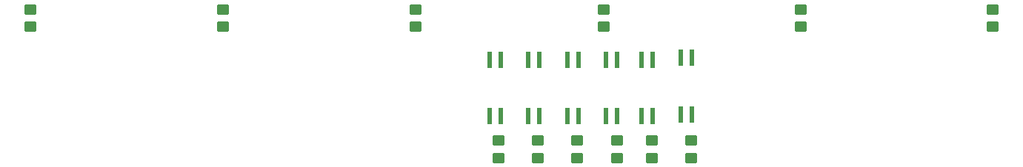
<source format=gbr>
%TF.GenerationSoftware,KiCad,Pcbnew,8.0.0*%
%TF.CreationDate,2024-03-15T12:02:56+01:00*%
%TF.ProjectId,prueba,70727565-6261-42e6-9b69-6361645f7063,v0.1*%
%TF.SameCoordinates,Original*%
%TF.FileFunction,Paste,Top*%
%TF.FilePolarity,Positive*%
%FSLAX46Y46*%
G04 Gerber Fmt 4.6, Leading zero omitted, Abs format (unit mm)*
G04 Created by KiCad (PCBNEW 8.0.0) date 2024-03-15 12:02:56*
%MOMM*%
%LPD*%
G01*
G04 APERTURE LIST*
G04 Aperture macros list*
%AMRoundRect*
0 Rectangle with rounded corners*
0 $1 Rounding radius*
0 $2 $3 $4 $5 $6 $7 $8 $9 X,Y pos of 4 corners*
0 Add a 4 corners polygon primitive as box body*
4,1,4,$2,$3,$4,$5,$6,$7,$8,$9,$2,$3,0*
0 Add four circle primitives for the rounded corners*
1,1,$1+$1,$2,$3*
1,1,$1+$1,$4,$5*
1,1,$1+$1,$6,$7*
1,1,$1+$1,$8,$9*
0 Add four rect primitives between the rounded corners*
20,1,$1+$1,$2,$3,$4,$5,0*
20,1,$1+$1,$4,$5,$6,$7,0*
20,1,$1+$1,$6,$7,$8,$9,0*
20,1,$1+$1,$8,$9,$2,$3,0*%
G04 Aperture macros list end*
%ADD10R,0.558800X1.905000*%
%ADD11RoundRect,0.250000X0.450000X-0.350000X0.450000X0.350000X-0.450000X0.350000X-0.450000X-0.350000X0*%
G04 APERTURE END LIST*
D10*
%TO.C,Q6*%
X118000000Y-55751200D03*
X119270000Y-55751200D03*
X119270000Y-49248800D03*
X118000000Y-49248800D03*
%TD*%
%TO.C,Q5*%
X122365000Y-55751200D03*
X123635000Y-55751200D03*
X123635000Y-49248800D03*
X122365000Y-49248800D03*
%TD*%
%TO.C,Q1*%
X139865000Y-55502400D03*
X141135000Y-55502400D03*
X141135000Y-49000000D03*
X139865000Y-49000000D03*
%TD*%
D11*
%TO.C,R11*%
X87500000Y-45500000D03*
X87500000Y-43500000D03*
%TD*%
%TO.C,R9*%
X131000000Y-45500000D03*
X131000000Y-43500000D03*
%TD*%
%TO.C,R7*%
X175500000Y-45500000D03*
X175500000Y-43500000D03*
%TD*%
%TO.C,R8*%
X153500000Y-45500000D03*
X153500000Y-43500000D03*
%TD*%
%TO.C,R4*%
X128000000Y-60500000D03*
X128000000Y-58500000D03*
%TD*%
%TO.C,R6*%
X119000000Y-60500000D03*
X119000000Y-58500000D03*
%TD*%
D10*
%TO.C,Q2*%
X135365000Y-49248800D03*
X136635000Y-49248800D03*
X136635000Y-55751200D03*
X135365000Y-55751200D03*
%TD*%
%TO.C,Q3*%
X131230000Y-55751200D03*
X132500000Y-55751200D03*
X132500000Y-49248800D03*
X131230000Y-49248800D03*
%TD*%
%TO.C,Q4*%
X126865000Y-55751200D03*
X128135000Y-55751200D03*
X128135000Y-49248800D03*
X126865000Y-49248800D03*
%TD*%
D11*
%TO.C,R3*%
X132500000Y-60500000D03*
X132500000Y-58500000D03*
%TD*%
%TO.C,R5*%
X123500000Y-60500000D03*
X123500000Y-58500000D03*
%TD*%
%TO.C,R1*%
X141000000Y-60500000D03*
X141000000Y-58500000D03*
%TD*%
%TO.C,R12*%
X65500000Y-45500000D03*
X65500000Y-43500000D03*
%TD*%
%TO.C,R2*%
X136500000Y-60500000D03*
X136500000Y-58500000D03*
%TD*%
%TO.C,R10*%
X109500000Y-45500000D03*
X109500000Y-43500000D03*
%TD*%
M02*

</source>
